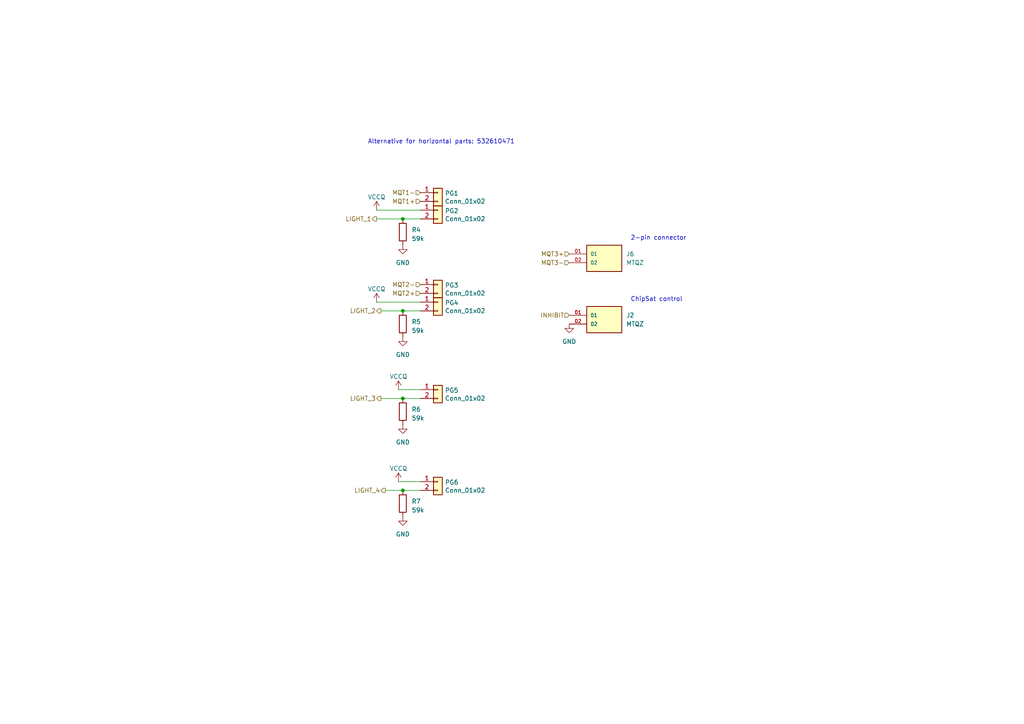
<source format=kicad_sch>
(kicad_sch
	(version 20231120)
	(generator "eeschema")
	(generator_version "8.0")
	(uuid "9fdf0280-bcf4-4e1d-a17a-cab458312110")
	(paper "A4")
	(lib_symbols
		(symbol "Connector_Generic:Conn_01x02"
			(pin_names
				(offset 1.016) hide)
			(exclude_from_sim no)
			(in_bom yes)
			(on_board yes)
			(property "Reference" "J"
				(at 0 2.54 0)
				(effects
					(font
						(size 1.27 1.27)
					)
				)
			)
			(property "Value" "Conn_01x02"
				(at 0 -5.08 0)
				(effects
					(font
						(size 1.27 1.27)
					)
				)
			)
			(property "Footprint" ""
				(at 0 0 0)
				(effects
					(font
						(size 1.27 1.27)
					)
					(hide yes)
				)
			)
			(property "Datasheet" "~"
				(at 0 0 0)
				(effects
					(font
						(size 1.27 1.27)
					)
					(hide yes)
				)
			)
			(property "Description" "Generic connector, single row, 01x02, script generated (kicad-library-utils/schlib/autogen/connector/)"
				(at 0 0 0)
				(effects
					(font
						(size 1.27 1.27)
					)
					(hide yes)
				)
			)
			(property "ki_keywords" "connector"
				(at 0 0 0)
				(effects
					(font
						(size 1.27 1.27)
					)
					(hide yes)
				)
			)
			(property "ki_fp_filters" "Connector*:*_1x??_*"
				(at 0 0 0)
				(effects
					(font
						(size 1.27 1.27)
					)
					(hide yes)
				)
			)
			(symbol "Conn_01x02_1_1"
				(rectangle
					(start -1.27 -2.413)
					(end 0 -2.667)
					(stroke
						(width 0.1524)
						(type default)
					)
					(fill
						(type none)
					)
				)
				(rectangle
					(start -1.27 0.127)
					(end 0 -0.127)
					(stroke
						(width 0.1524)
						(type default)
					)
					(fill
						(type none)
					)
				)
				(rectangle
					(start -1.27 1.27)
					(end 1.27 -3.81)
					(stroke
						(width 0.254)
						(type default)
					)
					(fill
						(type background)
					)
				)
				(pin passive line
					(at -5.08 0 0)
					(length 3.81)
					(name "Pin_1"
						(effects
							(font
								(size 1.27 1.27)
							)
						)
					)
					(number "1"
						(effects
							(font
								(size 1.27 1.27)
							)
						)
					)
				)
				(pin passive line
					(at -5.08 -2.54 0)
					(length 3.81)
					(name "Pin_2"
						(effects
							(font
								(size 1.27 1.27)
							)
						)
					)
					(number "2"
						(effects
							(font
								(size 1.27 1.27)
							)
						)
					)
				)
			)
		)
		(symbol "Device:R"
			(pin_numbers hide)
			(pin_names
				(offset 0)
			)
			(exclude_from_sim no)
			(in_bom yes)
			(on_board yes)
			(property "Reference" "R"
				(at 2.032 0 90)
				(effects
					(font
						(size 1.27 1.27)
					)
				)
			)
			(property "Value" "R"
				(at 0 0 90)
				(effects
					(font
						(size 1.27 1.27)
					)
				)
			)
			(property "Footprint" ""
				(at -1.778 0 90)
				(effects
					(font
						(size 1.27 1.27)
					)
					(hide yes)
				)
			)
			(property "Datasheet" "~"
				(at 0 0 0)
				(effects
					(font
						(size 1.27 1.27)
					)
					(hide yes)
				)
			)
			(property "Description" "Resistor"
				(at 0 0 0)
				(effects
					(font
						(size 1.27 1.27)
					)
					(hide yes)
				)
			)
			(property "ki_keywords" "R res resistor"
				(at 0 0 0)
				(effects
					(font
						(size 1.27 1.27)
					)
					(hide yes)
				)
			)
			(property "ki_fp_filters" "R_*"
				(at 0 0 0)
				(effects
					(font
						(size 1.27 1.27)
					)
					(hide yes)
				)
			)
			(symbol "R_0_1"
				(rectangle
					(start -1.016 -2.54)
					(end 1.016 2.54)
					(stroke
						(width 0.254)
						(type default)
					)
					(fill
						(type none)
					)
				)
			)
			(symbol "R_1_1"
				(pin passive line
					(at 0 3.81 270)
					(length 1.27)
					(name "~"
						(effects
							(font
								(size 1.27 1.27)
							)
						)
					)
					(number "1"
						(effects
							(font
								(size 1.27 1.27)
							)
						)
					)
				)
				(pin passive line
					(at 0 -3.81 90)
					(length 1.27)
					(name "~"
						(effects
							(font
								(size 1.27 1.27)
							)
						)
					)
					(number "2"
						(effects
							(font
								(size 1.27 1.27)
							)
						)
					)
				)
			)
		)
		(symbol "SQT-102-03-F-S:SQT-102-03-F-S"
			(pin_names
				(offset 1.016)
			)
			(exclude_from_sim no)
			(in_bom yes)
			(on_board yes)
			(property "Reference" "J"
				(at -5.58 5.08 0)
				(effects
					(font
						(size 1.27 1.27)
					)
					(justify left bottom)
				)
			)
			(property "Value" "SQT-102-03-F-S"
				(at -5.08 -5.08 0)
				(effects
					(font
						(size 1.27 1.27)
					)
					(justify left bottom)
				)
			)
			(property "Footprint" "SQT-102-03-F-S:SAMTEC_SQT-102-03-F-S"
				(at 0 0 0)
				(effects
					(font
						(size 1.27 1.27)
					)
					(justify bottom)
					(hide yes)
				)
			)
			(property "Datasheet" ""
				(at 0 0 0)
				(effects
					(font
						(size 1.27 1.27)
					)
					(hide yes)
				)
			)
			(property "Description" "\nSQT Series 2.00 mm FleXYZ™ Cost-effective Tiger Buy™ Square Tail Socket Strip\n"
				(at 0 0 0)
				(effects
					(font
						(size 1.27 1.27)
					)
					(justify bottom)
					(hide yes)
				)
			)
			(property "MF" "Samtec Inc."
				(at 0 0 0)
				(effects
					(font
						(size 1.27 1.27)
					)
					(justify bottom)
					(hide yes)
				)
			)
			(property "Package" "None"
				(at 0 0 0)
				(effects
					(font
						(size 1.27 1.27)
					)
					(justify bottom)
					(hide yes)
				)
			)
			(property "Price" "None"
				(at 0 0 0)
				(effects
					(font
						(size 1.27 1.27)
					)
					(justify bottom)
					(hide yes)
				)
			)
			(property "Check_prices" "https://www.snapeda.com/parts/SQT-102-03-F-S/Samtec/view-part/?ref=eda"
				(at 0 0 0)
				(effects
					(font
						(size 1.27 1.27)
					)
					(justify bottom)
					(hide yes)
				)
			)
			(property "SnapEDA_Link" "https://www.snapeda.com/parts/SQT-102-03-F-S/Samtec/view-part/?ref=snap"
				(at 0 0 0)
				(effects
					(font
						(size 1.27 1.27)
					)
					(justify bottom)
					(hide yes)
				)
			)
			(property "MP" "SQT-102-03-F-S"
				(at 0 0 0)
				(effects
					(font
						(size 1.27 1.27)
					)
					(justify bottom)
					(hide yes)
				)
			)
			(property "Purchase-URL" "https://www.snapeda.com/api/url_track_click_mouser/?unipart_id=4684469&manufacturer=Samtec Inc.&part_name=SQT-102-03-F-S&search_term=sqt-102-03-f-s"
				(at 0 0 0)
				(effects
					(font
						(size 1.27 1.27)
					)
					(justify bottom)
					(hide yes)
				)
			)
			(property "Availability" "In Stock"
				(at 0 0 0)
				(effects
					(font
						(size 1.27 1.27)
					)
					(justify bottom)
					(hide yes)
				)
			)
			(property "MANUFACTURER" "SAMTEC"
				(at 0 0 0)
				(effects
					(font
						(size 1.27 1.27)
					)
					(justify bottom)
					(hide yes)
				)
			)
			(symbol "SQT-102-03-F-S_0_0"
				(rectangle
					(start -5.08 -2.54)
					(end 5.08 5.08)
					(stroke
						(width 0.254)
						(type default)
					)
					(fill
						(type background)
					)
				)
				(pin passive line
					(at -10.16 2.54 0)
					(length 5.08)
					(name "01"
						(effects
							(font
								(size 1.016 1.016)
							)
						)
					)
					(number "01"
						(effects
							(font
								(size 1.016 1.016)
							)
						)
					)
				)
				(pin passive line
					(at -10.16 0 0)
					(length 5.08)
					(name "02"
						(effects
							(font
								(size 1.016 1.016)
							)
						)
					)
					(number "02"
						(effects
							(font
								(size 1.016 1.016)
							)
						)
					)
				)
			)
		)
		(symbol "power:GND"
			(power)
			(pin_names
				(offset 0)
			)
			(exclude_from_sim no)
			(in_bom yes)
			(on_board yes)
			(property "Reference" "#PWR"
				(at 0 -6.35 0)
				(effects
					(font
						(size 1.27 1.27)
					)
					(hide yes)
				)
			)
			(property "Value" "GND"
				(at 0 -3.81 0)
				(effects
					(font
						(size 1.27 1.27)
					)
				)
			)
			(property "Footprint" ""
				(at 0 0 0)
				(effects
					(font
						(size 1.27 1.27)
					)
					(hide yes)
				)
			)
			(property "Datasheet" ""
				(at 0 0 0)
				(effects
					(font
						(size 1.27 1.27)
					)
					(hide yes)
				)
			)
			(property "Description" "Power symbol creates a global label with name \"GND\" , ground"
				(at 0 0 0)
				(effects
					(font
						(size 1.27 1.27)
					)
					(hide yes)
				)
			)
			(property "ki_keywords" "global power"
				(at 0 0 0)
				(effects
					(font
						(size 1.27 1.27)
					)
					(hide yes)
				)
			)
			(symbol "GND_0_1"
				(polyline
					(pts
						(xy 0 0) (xy 0 -1.27) (xy 1.27 -1.27) (xy 0 -2.54) (xy -1.27 -1.27) (xy 0 -1.27)
					)
					(stroke
						(width 0)
						(type default)
					)
					(fill
						(type none)
					)
				)
			)
			(symbol "GND_1_1"
				(pin power_in line
					(at 0 0 270)
					(length 0) hide
					(name "GND"
						(effects
							(font
								(size 1.27 1.27)
							)
						)
					)
					(number "1"
						(effects
							(font
								(size 1.27 1.27)
							)
						)
					)
				)
			)
		)
		(symbol "power:VCCQ"
			(power)
			(pin_names
				(offset 0)
			)
			(exclude_from_sim no)
			(in_bom yes)
			(on_board yes)
			(property "Reference" "#PWR"
				(at 0 -3.81 0)
				(effects
					(font
						(size 1.27 1.27)
					)
					(hide yes)
				)
			)
			(property "Value" "VCCQ"
				(at 0 3.81 0)
				(effects
					(font
						(size 1.27 1.27)
					)
				)
			)
			(property "Footprint" ""
				(at 0 0 0)
				(effects
					(font
						(size 1.27 1.27)
					)
					(hide yes)
				)
			)
			(property "Datasheet" ""
				(at 0 0 0)
				(effects
					(font
						(size 1.27 1.27)
					)
					(hide yes)
				)
			)
			(property "Description" "Power symbol creates a global label with name \"VCCQ\""
				(at 0 0 0)
				(effects
					(font
						(size 1.27 1.27)
					)
					(hide yes)
				)
			)
			(property "ki_keywords" "global power"
				(at 0 0 0)
				(effects
					(font
						(size 1.27 1.27)
					)
					(hide yes)
				)
			)
			(symbol "VCCQ_0_1"
				(polyline
					(pts
						(xy -0.762 1.27) (xy 0 2.54)
					)
					(stroke
						(width 0)
						(type default)
					)
					(fill
						(type none)
					)
				)
				(polyline
					(pts
						(xy 0 0) (xy 0 2.54)
					)
					(stroke
						(width 0)
						(type default)
					)
					(fill
						(type none)
					)
				)
				(polyline
					(pts
						(xy 0 2.54) (xy 0.762 1.27)
					)
					(stroke
						(width 0)
						(type default)
					)
					(fill
						(type none)
					)
				)
			)
			(symbol "VCCQ_1_1"
				(pin power_in line
					(at 0 0 90)
					(length 0) hide
					(name "VCCQ"
						(effects
							(font
								(size 1.27 1.27)
							)
						)
					)
					(number "1"
						(effects
							(font
								(size 1.27 1.27)
							)
						)
					)
				)
			)
		)
	)
	(junction
		(at 116.84 90.17)
		(diameter 0)
		(color 0 0 0 0)
		(uuid "2c50fdf9-8cf7-468d-9f4f-1e470af79ff2")
	)
	(junction
		(at 116.84 142.24)
		(diameter 0)
		(color 0 0 0 0)
		(uuid "4c68a553-25dc-46c4-9e29-6e83d4ee6ef9")
	)
	(junction
		(at 116.84 63.5)
		(diameter 0)
		(color 0 0 0 0)
		(uuid "a37afbf4-5f40-45b1-9572-ee4001463d7b")
	)
	(junction
		(at 116.84 115.57)
		(diameter 0)
		(color 0 0 0 0)
		(uuid "b88b9dd1-b46b-4bc4-9ed6-edf010177d0b")
	)
	(wire
		(pts
			(xy 116.84 115.57) (xy 121.92 115.57)
		)
		(stroke
			(width 0)
			(type default)
		)
		(uuid "07323e96-6ebc-459e-9c0c-618c766475e7")
	)
	(wire
		(pts
			(xy 110.49 115.57) (xy 116.84 115.57)
		)
		(stroke
			(width 0)
			(type default)
		)
		(uuid "14b9e781-c811-4dc8-966b-60811fd27e9d")
	)
	(wire
		(pts
			(xy 109.22 60.96) (xy 121.92 60.96)
		)
		(stroke
			(width 0)
			(type default)
		)
		(uuid "1899f8ae-217a-429b-9725-f00038d38951")
	)
	(wire
		(pts
			(xy 109.22 87.63) (xy 121.92 87.63)
		)
		(stroke
			(width 0)
			(type default)
		)
		(uuid "231c465f-4408-4793-8b42-db356c1967a2")
	)
	(wire
		(pts
			(xy 115.57 139.7) (xy 121.92 139.7)
		)
		(stroke
			(width 0)
			(type default)
		)
		(uuid "36936352-722a-4211-bc71-c8877e237324")
	)
	(wire
		(pts
			(xy 109.22 63.5) (xy 116.84 63.5)
		)
		(stroke
			(width 0)
			(type default)
		)
		(uuid "58e6c60b-16fb-4165-8300-64b589ade9b2")
	)
	(wire
		(pts
			(xy 116.84 90.17) (xy 121.92 90.17)
		)
		(stroke
			(width 0)
			(type default)
		)
		(uuid "8bd2b186-3044-4d9d-9d3b-fc5f203ce413")
	)
	(wire
		(pts
			(xy 116.84 142.24) (xy 121.92 142.24)
		)
		(stroke
			(width 0)
			(type default)
		)
		(uuid "b2a10e25-a695-411b-985a-0a111551dd2a")
	)
	(wire
		(pts
			(xy 116.84 63.5) (xy 121.92 63.5)
		)
		(stroke
			(width 0)
			(type default)
		)
		(uuid "c209d218-09d5-4dd0-b0b3-91759183b88c")
	)
	(wire
		(pts
			(xy 115.57 113.03) (xy 121.92 113.03)
		)
		(stroke
			(width 0)
			(type default)
		)
		(uuid "d3da0eef-013f-494b-bdf7-b062fe2c7f4a")
	)
	(wire
		(pts
			(xy 110.49 90.17) (xy 116.84 90.17)
		)
		(stroke
			(width 0)
			(type default)
		)
		(uuid "edd65c5f-8380-4c6e-9aba-b8b498f77d1a")
	)
	(wire
		(pts
			(xy 111.76 142.24) (xy 116.84 142.24)
		)
		(stroke
			(width 0)
			(type default)
		)
		(uuid "f7ce1e32-4e8e-481c-8083-b7ae69d48c9e")
	)
	(text "Alternative for horizontal parts: 532610471"
		(exclude_from_sim no)
		(at 106.68 41.91 0)
		(effects
			(font
				(size 1.27 1.27)
			)
			(justify left bottom)
		)
		(uuid "b1229cef-d39d-4664-9a6f-2654aaefd0e2")
	)
	(text "ChipSat control"
		(exclude_from_sim no)
		(at 182.88 87.63 0)
		(effects
			(font
				(size 1.27 1.27)
			)
			(justify left bottom)
		)
		(uuid "c42be8e8-739e-4e2f-b272-3234843b905a")
	)
	(text "2-pin connector "
		(exclude_from_sim no)
		(at 182.88 69.85 0)
		(effects
			(font
				(size 1.27 1.27)
			)
			(justify left bottom)
		)
		(uuid "d2996ab4-1dd4-47ba-ad5d-492c91722469")
	)
	(hierarchical_label "LIGHT_3"
		(shape output)
		(at 110.49 115.57 180)
		(fields_autoplaced yes)
		(effects
			(font
				(size 1.27 1.27)
			)
			(justify right)
		)
		(uuid "164402a1-5e92-49ce-a52a-77920bc9de9e")
	)
	(hierarchical_label "INHIBIT"
		(shape input)
		(at 165.1 91.44 180)
		(fields_autoplaced yes)
		(effects
			(font
				(size 1.27 1.27)
			)
			(justify right)
		)
		(uuid "346a1056-3f29-40f5-8902-690e79a57579")
	)
	(hierarchical_label "LIGHT_4"
		(shape output)
		(at 111.76 142.24 180)
		(fields_autoplaced yes)
		(effects
			(font
				(size 1.27 1.27)
			)
			(justify right)
		)
		(uuid "385a45e2-c0cd-480b-b3ff-250bfe173135")
	)
	(hierarchical_label "MQT3+"
		(shape input)
		(at 165.1 73.66 180)
		(fields_autoplaced yes)
		(effects
			(font
				(size 1.27 1.27)
			)
			(justify right)
		)
		(uuid "644a647c-2a29-40c4-93f8-2f3a3147783a")
	)
	(hierarchical_label "LIGHT_1"
		(shape output)
		(at 109.22 63.5 180)
		(fields_autoplaced yes)
		(effects
			(font
				(size 1.27 1.27)
			)
			(justify right)
		)
		(uuid "7e1f8aca-7419-4c27-a940-7543f328d095")
	)
	(hierarchical_label "LIGHT_2"
		(shape output)
		(at 110.49 90.17 180)
		(fields_autoplaced yes)
		(effects
			(font
				(size 1.27 1.27)
			)
			(justify right)
		)
		(uuid "90037d70-4975-453f-8772-0eeb1f690c54")
	)
	(hierarchical_label "MQT1-"
		(shape input)
		(at 121.92 55.88 180)
		(fields_autoplaced yes)
		(effects
			(font
				(size 1.27 1.27)
			)
			(justify right)
		)
		(uuid "cb132bb8-4100-4e96-8bab-c15831ffa3c4")
	)
	(hierarchical_label "MQT2-"
		(shape input)
		(at 121.92 82.55 180)
		(fields_autoplaced yes)
		(effects
			(font
				(size 1.27 1.27)
			)
			(justify right)
		)
		(uuid "cd3e0a84-3896-4a90-afab-3b7732fa706a")
	)
	(hierarchical_label "MQT3-"
		(shape input)
		(at 165.1 76.2 180)
		(fields_autoplaced yes)
		(effects
			(font
				(size 1.27 1.27)
			)
			(justify right)
		)
		(uuid "d0e33fc4-cf96-41dd-a51d-5814615c4c8a")
	)
	(hierarchical_label "MQT2+"
		(shape input)
		(at 121.92 85.09 180)
		(fields_autoplaced yes)
		(effects
			(font
				(size 1.27 1.27)
			)
			(justify right)
		)
		(uuid "f1ec5764-f076-46a0-8e01-6ac39e88a027")
	)
	(hierarchical_label "MQT1+"
		(shape input)
		(at 121.92 58.42 180)
		(fields_autoplaced yes)
		(effects
			(font
				(size 1.27 1.27)
			)
			(justify right)
		)
		(uuid "fba12921-1dd6-4be2-89a0-cf05c674e618")
	)
	(symbol
		(lib_id "Device:R")
		(at 116.84 67.31 0)
		(unit 1)
		(exclude_from_sim no)
		(in_bom yes)
		(on_board yes)
		(dnp no)
		(fields_autoplaced yes)
		(uuid "013142d0-cadb-446c-8301-de0aa5016341")
		(property "Reference" "R4"
			(at 119.38 66.675 0)
			(effects
				(font
					(size 1.27 1.27)
				)
				(justify left)
			)
		)
		(property "Value" "59k"
			(at 119.38 69.215 0)
			(effects
				(font
					(size 1.27 1.27)
				)
				(justify left)
			)
		)
		(property "Footprint" "LED_SMD:LED_0805_2012Metric_Pad1.15x1.40mm_HandSolder"
			(at 115.062 67.31 90)
			(effects
				(font
					(size 1.27 1.27)
				)
				(hide yes)
			)
		)
		(property "Datasheet" "~"
			(at 116.84 67.31 0)
			(effects
				(font
					(size 1.27 1.27)
				)
				(hide yes)
			)
		)
		(property "Description" ""
			(at 116.84 67.31 0)
			(effects
				(font
					(size 1.27 1.27)
				)
				(hide yes)
			)
		)
		(property "MPN" "ERA-6AEB5902V"
			(at 116.84 67.31 0)
			(effects
				(font
					(size 1.27 1.27)
				)
				(hide yes)
			)
		)
		(property "Part Number" "ERA-6AEB5902V"
			(at 116.84 67.31 0)
			(effects
				(font
					(size 1.27 1.27)
				)
				(hide yes)
			)
		)
		(pin "1"
			(uuid "311db304-8017-46fc-b0a5-d8bc6429693a")
		)
		(pin "2"
			(uuid "1d132af9-97a4-4e44-aafa-6358816894b1")
		)
		(instances
			(project "NEW_PCB_ADCS"
				(path "/42c40d7d-71af-4ce9-bac9-d638f259c957/8584c500-e681-4774-8e2d-f320630e3d46"
					(reference "R4")
					(unit 1)
				)
			)
		)
	)
	(symbol
		(lib_id "SQT-102-03-F-S:SQT-102-03-F-S")
		(at 175.26 76.2 0)
		(unit 1)
		(exclude_from_sim no)
		(in_bom yes)
		(on_board yes)
		(dnp no)
		(fields_autoplaced yes)
		(uuid "03b3856e-b977-43a5-b157-afbb9d2c26d0")
		(property "Reference" "J6"
			(at 181.61 73.66 0)
			(effects
				(font
					(size 1.27 1.27)
				)
				(justify left)
			)
		)
		(property "Value" "MTQZ"
			(at 181.61 76.2 0)
			(effects
				(font
					(size 1.27 1.27)
				)
				(justify left)
			)
		)
		(property "Footprint" "SQT-102-03-F-S:SAMTEC_SQT-102-03-F-S"
			(at 175.26 76.2 0)
			(effects
				(font
					(size 1.27 1.27)
				)
				(justify bottom)
				(hide yes)
			)
		)
		(property "Datasheet" "https://www.molex.com/en-us/products/part-detail/533980371?display=pdf"
			(at 175.26 76.2 0)
			(effects
				(font
					(size 1.27 1.27)
				)
				(hide yes)
			)
		)
		(property "Description" "\nSQT Series 2.00 mm FleXYZ™ Cost-effective Tiger Buy™ Square Tail Socket Strip\n"
			(at 175.26 76.2 0)
			(effects
				(font
					(size 1.27 1.27)
				)
				(justify bottom)
				(hide yes)
			)
		)
		(property "MPN" "SQT-102-03-F-S"
			(at 175.26 76.2 0)
			(effects
				(font
					(size 1.27 1.27)
				)
				(hide yes)
			)
		)
		(property "MF" "Samtec Inc."
			(at 175.26 76.2 0)
			(effects
				(font
					(size 1.27 1.27)
				)
				(justify bottom)
				(hide yes)
			)
		)
		(property "Package" "None"
			(at 175.26 76.2 0)
			(effects
				(font
					(size 1.27 1.27)
				)
				(justify bottom)
				(hide yes)
			)
		)
		(property "Price" "None"
			(at 175.26 76.2 0)
			(effects
				(font
					(size 1.27 1.27)
				)
				(justify bottom)
				(hide yes)
			)
		)
		(property "Check_prices" "https://www.snapeda.com/parts/SQT-102-03-F-S/Samtec/view-part/?ref=eda"
			(at 175.26 76.2 0)
			(effects
				(font
					(size 1.27 1.27)
				)
				(justify bottom)
				(hide yes)
			)
		)
		(property "SnapEDA_Link" "https://www.snapeda.com/parts/SQT-102-03-F-S/Samtec/view-part/?ref=snap"
			(at 175.26 76.2 0)
			(effects
				(font
					(size 1.27 1.27)
				)
				(justify bottom)
				(hide yes)
			)
		)
		(property "MP" "SQT-102-03-F-S"
			(at 175.26 76.2 0)
			(effects
				(font
					(size 1.27 1.27)
				)
				(justify bottom)
				(hide yes)
			)
		)
		(property "Purchase-URL" "https://www.snapeda.com/api/url_track_click_mouser/?unipart_id=4684469&manufacturer=Samtec Inc.&part_name=SQT-102-03-F-S&search_term=sqt-102-03-f-s"
			(at 175.26 76.2 0)
			(effects
				(font
					(size 1.27 1.27)
				)
				(justify bottom)
				(hide yes)
			)
		)
		(property "Availability" "In Stock"
			(at 175.26 76.2 0)
			(effects
				(font
					(size 1.27 1.27)
				)
				(justify bottom)
				(hide yes)
			)
		)
		(property "MANUFACTURER" "SAMTEC"
			(at 175.26 76.2 0)
			(effects
				(font
					(size 1.27 1.27)
				)
				(justify bottom)
				(hide yes)
			)
		)
		(property "Part Number" "SQT-102-03-F-S"
			(at 175.26 76.2 0)
			(effects
				(font
					(size 1.27 1.27)
				)
				(hide yes)
			)
		)
		(pin "01"
			(uuid "f7e8084f-8343-4181-9510-bbd0203eccd3")
		)
		(pin "02"
			(uuid "c117864d-b514-46e1-9b9b-5fa2673ff157")
		)
		(instances
			(project "NEW_PCB_ADCS"
				(path "/42c40d7d-71af-4ce9-bac9-d638f259c957/8584c500-e681-4774-8e2d-f320630e3d46"
					(reference "J6")
					(unit 1)
				)
			)
		)
	)
	(symbol
		(lib_id "Device:R")
		(at 116.84 146.05 0)
		(unit 1)
		(exclude_from_sim no)
		(in_bom yes)
		(on_board yes)
		(dnp no)
		(fields_autoplaced yes)
		(uuid "06505e60-b1bf-4a35-b6ca-b103423f5394")
		(property "Reference" "R7"
			(at 119.38 145.415 0)
			(effects
				(font
					(size 1.27 1.27)
				)
				(justify left)
			)
		)
		(property "Value" "59k"
			(at 119.38 147.955 0)
			(effects
				(font
					(size 1.27 1.27)
				)
				(justify left)
			)
		)
		(property "Footprint" "LED_SMD:LED_0805_2012Metric_Pad1.15x1.40mm_HandSolder"
			(at 115.062 146.05 90)
			(effects
				(font
					(size 1.27 1.27)
				)
				(hide yes)
			)
		)
		(property "Datasheet" "~"
			(at 116.84 146.05 0)
			(effects
				(font
					(size 1.27 1.27)
				)
				(hide yes)
			)
		)
		(property "Description" ""
			(at 116.84 146.05 0)
			(effects
				(font
					(size 1.27 1.27)
				)
				(hide yes)
			)
		)
		(property "MPN" "ERA-6AEB5902V"
			(at 116.84 146.05 0)
			(effects
				(font
					(size 1.27 1.27)
				)
				(hide yes)
			)
		)
		(property "Part Number" "ERA-6AEB5902V"
			(at 116.84 146.05 0)
			(effects
				(font
					(size 1.27 1.27)
				)
				(hide yes)
			)
		)
		(pin "1"
			(uuid "7f9e8ad5-a43c-47b8-bf63-4a1512af9624")
		)
		(pin "2"
			(uuid "4d96a806-8e6c-45da-8eec-2e099436907c")
		)
		(instances
			(project "NEW_PCB_ADCS"
				(path "/42c40d7d-71af-4ce9-bac9-d638f259c957/8584c500-e681-4774-8e2d-f320630e3d46"
					(reference "R7")
					(unit 1)
				)
			)
		)
	)
	(symbol
		(lib_id "Connector_Generic:Conn_01x02")
		(at 127 139.7 0)
		(unit 1)
		(exclude_from_sim no)
		(in_bom yes)
		(on_board yes)
		(dnp no)
		(uuid "28468ef4-fb31-448c-961e-fc68a9031b6b")
		(property "Reference" "PG6"
			(at 129.032 139.9032 0)
			(effects
				(font
					(size 1.27 1.27)
				)
				(justify left)
			)
		)
		(property "Value" "Conn_01x02"
			(at 129.032 142.2146 0)
			(effects
				(font
					(size 1.27 1.27)
				)
				(justify left)
			)
		)
		(property "Footprint" "lsf-kicad-lib:MillMax_8290-22-002-20-001101_1x02_P2.54mm_Horizontal"
			(at 127 139.7 0)
			(effects
				(font
					(size 1.27 1.27)
				)
				(hide yes)
			)
		)
		(property "Datasheet" "~"
			(at 127 139.7 0)
			(effects
				(font
					(size 1.27 1.27)
				)
				(hide yes)
			)
		)
		(property "Description" ""
			(at 127 139.7 0)
			(effects
				(font
					(size 1.27 1.27)
				)
				(hide yes)
			)
		)
		(property "Part Number" "829-22-002-20-001101"
			(at 127 139.7 0)
			(effects
				(font
					(size 1.27 1.27)
				)
				(hide yes)
			)
		)
		(pin "1"
			(uuid "b0155934-7c75-46ec-bb56-b7d4f90ae2a5")
		)
		(pin "2"
			(uuid "b88333c7-066d-4f2f-b971-899f65a1d3d8")
		)
		(instances
			(project "NEW_PCB_ADCS"
				(path "/42c40d7d-71af-4ce9-bac9-d638f259c957/8584c500-e681-4774-8e2d-f320630e3d46"
					(reference "PG6")
					(unit 1)
				)
			)
			(project "bmps"
				(path "/dbfce19e-6a58-4a57-829e-36a4c9b8eb56"
					(reference "PG4")
					(unit 1)
				)
			)
		)
	)
	(symbol
		(lib_id "power:GND")
		(at 165.1 93.98 0)
		(unit 1)
		(exclude_from_sim no)
		(in_bom yes)
		(on_board yes)
		(dnp no)
		(fields_autoplaced yes)
		(uuid "320dea0b-5c56-4ed0-9ec0-e37ce255a651")
		(property "Reference" "#PWR079"
			(at 165.1 100.33 0)
			(effects
				(font
					(size 1.27 1.27)
				)
				(hide yes)
			)
		)
		(property "Value" "GND"
			(at 165.1 99.06 0)
			(effects
				(font
					(size 1.27 1.27)
				)
			)
		)
		(property "Footprint" ""
			(at 165.1 93.98 0)
			(effects
				(font
					(size 1.27 1.27)
				)
				(hide yes)
			)
		)
		(property "Datasheet" ""
			(at 165.1 93.98 0)
			(effects
				(font
					(size 1.27 1.27)
				)
				(hide yes)
			)
		)
		(property "Description" ""
			(at 165.1 93.98 0)
			(effects
				(font
					(size 1.27 1.27)
				)
				(hide yes)
			)
		)
		(pin "1"
			(uuid "f46332af-e3dd-4996-bfdf-5929f859f0c0")
		)
		(instances
			(project "NEW_PCB_ADCS"
				(path "/42c40d7d-71af-4ce9-bac9-d638f259c957/8584c500-e681-4774-8e2d-f320630e3d46"
					(reference "#PWR079")
					(unit 1)
				)
			)
		)
	)
	(symbol
		(lib_id "Connector_Generic:Conn_01x02")
		(at 127 55.88 0)
		(unit 1)
		(exclude_from_sim no)
		(in_bom yes)
		(on_board yes)
		(dnp no)
		(uuid "46a6f80e-8b26-4302-a8fc-243dfe0b5614")
		(property "Reference" "PG1"
			(at 129.032 56.0832 0)
			(effects
				(font
					(size 1.27 1.27)
				)
				(justify left)
			)
		)
		(property "Value" "Conn_01x02"
			(at 129.032 58.3946 0)
			(effects
				(font
					(size 1.27 1.27)
				)
				(justify left)
			)
		)
		(property "Footprint" "lsf-kicad-lib:MillMax_8290-22-002-20-001101_1x02_P2.54mm_Horizontal"
			(at 127 55.88 0)
			(effects
				(font
					(size 1.27 1.27)
				)
				(hide yes)
			)
		)
		(property "Datasheet" "~"
			(at 127 55.88 0)
			(effects
				(font
					(size 1.27 1.27)
				)
				(hide yes)
			)
		)
		(property "Description" ""
			(at 127 55.88 0)
			(effects
				(font
					(size 1.27 1.27)
				)
				(hide yes)
			)
		)
		(property "Part Number" "829-22-002-20-001101"
			(at 127 55.88 0)
			(effects
				(font
					(size 1.27 1.27)
				)
				(hide yes)
			)
		)
		(pin "1"
			(uuid "b502e2fe-ed0d-4e27-8f6e-8c6f2bffd7fd")
		)
		(pin "2"
			(uuid "21ccd582-c5dc-4d7b-bfdb-a88656c650f9")
		)
		(instances
			(project "NEW_PCB_ADCS"
				(path "/42c40d7d-71af-4ce9-bac9-d638f259c957/8584c500-e681-4774-8e2d-f320630e3d46"
					(reference "PG1")
					(unit 1)
				)
			)
			(project "bmps"
				(path "/dbfce19e-6a58-4a57-829e-36a4c9b8eb56"
					(reference "PG4")
					(unit 1)
				)
			)
		)
	)
	(symbol
		(lib_id "Connector_Generic:Conn_01x02")
		(at 127 113.03 0)
		(unit 1)
		(exclude_from_sim no)
		(in_bom yes)
		(on_board yes)
		(dnp no)
		(uuid "49d85b22-e518-4a64-ba65-33d54a391bfa")
		(property "Reference" "PG5"
			(at 129.032 113.2332 0)
			(effects
				(font
					(size 1.27 1.27)
				)
				(justify left)
			)
		)
		(property "Value" "Conn_01x02"
			(at 129.032 115.5446 0)
			(effects
				(font
					(size 1.27 1.27)
				)
				(justify left)
			)
		)
		(property "Footprint" "lsf-kicad-lib:MillMax_8290-22-002-20-001101_1x02_P2.54mm_Horizontal"
			(at 127 113.03 0)
			(effects
				(font
					(size 1.27 1.27)
				)
				(hide yes)
			)
		)
		(property "Datasheet" "~"
			(at 127 113.03 0)
			(effects
				(font
					(size 1.27 1.27)
				)
				(hide yes)
			)
		)
		(property "Description" ""
			(at 127 113.03 0)
			(effects
				(font
					(size 1.27 1.27)
				)
				(hide yes)
			)
		)
		(property "Part Number" "829-22-002-20-001101"
			(at 127 113.03 0)
			(effects
				(font
					(size 1.27 1.27)
				)
				(hide yes)
			)
		)
		(pin "1"
			(uuid "d6c021eb-464c-4e83-bd07-94dc5a8ebce1")
		)
		(pin "2"
			(uuid "19f663c9-bf7b-4357-adfd-30cdb7b64033")
		)
		(instances
			(project "NEW_PCB_ADCS"
				(path "/42c40d7d-71af-4ce9-bac9-d638f259c957/8584c500-e681-4774-8e2d-f320630e3d46"
					(reference "PG5")
					(unit 1)
				)
			)
			(project "bmps"
				(path "/dbfce19e-6a58-4a57-829e-36a4c9b8eb56"
					(reference "PG4")
					(unit 1)
				)
			)
		)
	)
	(symbol
		(lib_id "power:GND")
		(at 116.84 123.19 0)
		(unit 1)
		(exclude_from_sim no)
		(in_bom yes)
		(on_board yes)
		(dnp no)
		(fields_autoplaced yes)
		(uuid "5120e0c2-39ee-475f-8788-a179c10fe081")
		(property "Reference" "#PWR015"
			(at 116.84 129.54 0)
			(effects
				(font
					(size 1.27 1.27)
				)
				(hide yes)
			)
		)
		(property "Value" "GND"
			(at 116.84 128.27 0)
			(effects
				(font
					(size 1.27 1.27)
				)
			)
		)
		(property "Footprint" ""
			(at 116.84 123.19 0)
			(effects
				(font
					(size 1.27 1.27)
				)
				(hide yes)
			)
		)
		(property "Datasheet" ""
			(at 116.84 123.19 0)
			(effects
				(font
					(size 1.27 1.27)
				)
				(hide yes)
			)
		)
		(property "Description" ""
			(at 116.84 123.19 0)
			(effects
				(font
					(size 1.27 1.27)
				)
				(hide yes)
			)
		)
		(pin "1"
			(uuid "023ab6e2-965d-4546-8ed1-9c5fb9508b13")
		)
		(instances
			(project "NEW_PCB_ADCS"
				(path "/42c40d7d-71af-4ce9-bac9-d638f259c957/8584c500-e681-4774-8e2d-f320630e3d46"
					(reference "#PWR015")
					(unit 1)
				)
			)
		)
	)
	(symbol
		(lib_id "power:VCCQ")
		(at 115.57 139.7 0)
		(unit 1)
		(exclude_from_sim no)
		(in_bom yes)
		(on_board yes)
		(dnp no)
		(fields_autoplaced yes)
		(uuid "5aab5f96-da79-40ae-91b4-5e5e7be56593")
		(property "Reference" "#PWR012"
			(at 115.57 143.51 0)
			(effects
				(font
					(size 1.27 1.27)
				)
				(hide yes)
			)
		)
		(property "Value" "VCCQ"
			(at 115.57 135.89 0)
			(effects
				(font
					(size 1.27 1.27)
				)
			)
		)
		(property "Footprint" ""
			(at 115.57 139.7 0)
			(effects
				(font
					(size 1.27 1.27)
				)
				(hide yes)
			)
		)
		(property "Datasheet" ""
			(at 115.57 139.7 0)
			(effects
				(font
					(size 1.27 1.27)
				)
				(hide yes)
			)
		)
		(property "Description" ""
			(at 115.57 139.7 0)
			(effects
				(font
					(size 1.27 1.27)
				)
				(hide yes)
			)
		)
		(pin "1"
			(uuid "1beaae57-e7f7-4dcf-bf7b-f4ee48ad8f99")
		)
		(instances
			(project "NEW_PCB_ADCS"
				(path "/42c40d7d-71af-4ce9-bac9-d638f259c957/8584c500-e681-4774-8e2d-f320630e3d46"
					(reference "#PWR012")
					(unit 1)
				)
			)
		)
	)
	(symbol
		(lib_id "power:VCCQ")
		(at 109.22 87.63 0)
		(unit 1)
		(exclude_from_sim no)
		(in_bom yes)
		(on_board yes)
		(dnp no)
		(fields_autoplaced yes)
		(uuid "68bb6e4b-9fbe-4322-9b32-5d008776fdc5")
		(property "Reference" "#PWR010"
			(at 109.22 91.44 0)
			(effects
				(font
					(size 1.27 1.27)
				)
				(hide yes)
			)
		)
		(property "Value" "VCCQ"
			(at 109.22 83.82 0)
			(effects
				(font
					(size 1.27 1.27)
				)
			)
		)
		(property "Footprint" ""
			(at 109.22 87.63 0)
			(effects
				(font
					(size 1.27 1.27)
				)
				(hide yes)
			)
		)
		(property "Datasheet" ""
			(at 109.22 87.63 0)
			(effects
				(font
					(size 1.27 1.27)
				)
				(hide yes)
			)
		)
		(property "Description" ""
			(at 109.22 87.63 0)
			(effects
				(font
					(size 1.27 1.27)
				)
				(hide yes)
			)
		)
		(pin "1"
			(uuid "98bad926-0c85-4401-92d9-68b2dad2af45")
		)
		(instances
			(project "NEW_PCB_ADCS"
				(path "/42c40d7d-71af-4ce9-bac9-d638f259c957/8584c500-e681-4774-8e2d-f320630e3d46"
					(reference "#PWR010")
					(unit 1)
				)
			)
		)
	)
	(symbol
		(lib_id "SQT-102-03-F-S:SQT-102-03-F-S")
		(at 175.26 93.98 0)
		(unit 1)
		(exclude_from_sim no)
		(in_bom yes)
		(on_board yes)
		(dnp no)
		(fields_autoplaced yes)
		(uuid "7f0a06c1-a06b-4659-afe5-f3a733dae748")
		(property "Reference" "J2"
			(at 181.61 91.44 0)
			(effects
				(font
					(size 1.27 1.27)
				)
				(justify left)
			)
		)
		(property "Value" "MTQZ"
			(at 181.61 93.98 0)
			(effects
				(font
					(size 1.27 1.27)
				)
				(justify left)
			)
		)
		(property "Footprint" "Connector_JST:JST_SH_SM02B-SRSS-TB_1x02-1MP_P1.00mm_Horizontal"
			(at 175.26 93.98 0)
			(effects
				(font
					(size 1.27 1.27)
				)
				(justify bottom)
				(hide yes)
			)
		)
		(property "Datasheet" ""
			(at 175.26 93.98 0)
			(effects
				(font
					(size 1.27 1.27)
				)
				(hide yes)
			)
		)
		(property "Description" ""
			(at 175.26 93.98 0)
			(effects
				(font
					(size 1.27 1.27)
				)
				(hide yes)
			)
		)
		(property "Part Number" "SM02B-SRSS-TB"
			(at 175.26 93.98 0)
			(effects
				(font
					(size 1.27 1.27)
				)
				(justify bottom)
				(hide yes)
			)
		)
		(pin "01"
			(uuid "4940ce28-e95c-46d4-950b-1b415e2d8cdd")
		)
		(pin "02"
			(uuid "2f24aac7-c244-4e1d-b0b8-f466fd222333")
		)
		(instances
			(project "NEW_PCB_ADCS"
				(path "/42c40d7d-71af-4ce9-bac9-d638f259c957/8584c500-e681-4774-8e2d-f320630e3d46"
					(reference "J2")
					(unit 1)
				)
			)
		)
	)
	(symbol
		(lib_id "power:VCCQ")
		(at 115.57 113.03 0)
		(unit 1)
		(exclude_from_sim no)
		(in_bom yes)
		(on_board yes)
		(dnp no)
		(fields_autoplaced yes)
		(uuid "835734a6-bfb1-4f44-a33c-5e0a40fbf1d7")
		(property "Reference" "#PWR011"
			(at 115.57 116.84 0)
			(effects
				(font
					(size 1.27 1.27)
				)
				(hide yes)
			)
		)
		(property "Value" "VCCQ"
			(at 115.57 109.22 0)
			(effects
				(font
					(size 1.27 1.27)
				)
			)
		)
		(property "Footprint" ""
			(at 115.57 113.03 0)
			(effects
				(font
					(size 1.27 1.27)
				)
				(hide yes)
			)
		)
		(property "Datasheet" ""
			(at 115.57 113.03 0)
			(effects
				(font
					(size 1.27 1.27)
				)
				(hide yes)
			)
		)
		(property "Description" ""
			(at 115.57 113.03 0)
			(effects
				(font
					(size 1.27 1.27)
				)
				(hide yes)
			)
		)
		(pin "1"
			(uuid "7bc46570-26cd-45c5-b952-b9672588bb3f")
		)
		(instances
			(project "NEW_PCB_ADCS"
				(path "/42c40d7d-71af-4ce9-bac9-d638f259c957/8584c500-e681-4774-8e2d-f320630e3d46"
					(reference "#PWR011")
					(unit 1)
				)
			)
		)
	)
	(symbol
		(lib_id "power:GND")
		(at 116.84 149.86 0)
		(unit 1)
		(exclude_from_sim no)
		(in_bom yes)
		(on_board yes)
		(dnp no)
		(fields_autoplaced yes)
		(uuid "85db0781-8546-4bbb-8ee2-509a4a176b9c")
		(property "Reference" "#PWR016"
			(at 116.84 156.21 0)
			(effects
				(font
					(size 1.27 1.27)
				)
				(hide yes)
			)
		)
		(property "Value" "GND"
			(at 116.84 154.94 0)
			(effects
				(font
					(size 1.27 1.27)
				)
			)
		)
		(property "Footprint" ""
			(at 116.84 149.86 0)
			(effects
				(font
					(size 1.27 1.27)
				)
				(hide yes)
			)
		)
		(property "Datasheet" ""
			(at 116.84 149.86 0)
			(effects
				(font
					(size 1.27 1.27)
				)
				(hide yes)
			)
		)
		(property "Description" ""
			(at 116.84 149.86 0)
			(effects
				(font
					(size 1.27 1.27)
				)
				(hide yes)
			)
		)
		(pin "1"
			(uuid "44f0ae35-a5aa-40f5-9438-32a763002cd3")
		)
		(instances
			(project "NEW_PCB_ADCS"
				(path "/42c40d7d-71af-4ce9-bac9-d638f259c957/8584c500-e681-4774-8e2d-f320630e3d46"
					(reference "#PWR016")
					(unit 1)
				)
			)
		)
	)
	(symbol
		(lib_id "power:GND")
		(at 116.84 71.12 0)
		(unit 1)
		(exclude_from_sim no)
		(in_bom yes)
		(on_board yes)
		(dnp no)
		(fields_autoplaced yes)
		(uuid "9586239a-0712-4b8f-b650-8f99ae21a2f0")
		(property "Reference" "#PWR013"
			(at 116.84 77.47 0)
			(effects
				(font
					(size 1.27 1.27)
				)
				(hide yes)
			)
		)
		(property "Value" "GND"
			(at 116.84 76.2 0)
			(effects
				(font
					(size 1.27 1.27)
				)
			)
		)
		(property "Footprint" ""
			(at 116.84 71.12 0)
			(effects
				(font
					(size 1.27 1.27)
				)
				(hide yes)
			)
		)
		(property "Datasheet" ""
			(at 116.84 71.12 0)
			(effects
				(font
					(size 1.27 1.27)
				)
				(hide yes)
			)
		)
		(property "Description" ""
			(at 116.84 71.12 0)
			(effects
				(font
					(size 1.27 1.27)
				)
				(hide yes)
			)
		)
		(pin "1"
			(uuid "ec217907-b95c-4d6a-a53a-873f99902fe0")
		)
		(instances
			(project "NEW_PCB_ADCS"
				(path "/42c40d7d-71af-4ce9-bac9-d638f259c957/8584c500-e681-4774-8e2d-f320630e3d46"
					(reference "#PWR013")
					(unit 1)
				)
			)
		)
	)
	(symbol
		(lib_id "power:VCCQ")
		(at 109.22 60.96 0)
		(unit 1)
		(exclude_from_sim no)
		(in_bom yes)
		(on_board yes)
		(dnp no)
		(fields_autoplaced yes)
		(uuid "96cb239f-9054-43ab-8f38-a4cd3ddc9c54")
		(property "Reference" "#PWR09"
			(at 109.22 64.77 0)
			(effects
				(font
					(size 1.27 1.27)
				)
				(hide yes)
			)
		)
		(property "Value" "VCCQ"
			(at 109.22 57.15 0)
			(effects
				(font
					(size 1.27 1.27)
				)
			)
		)
		(property "Footprint" ""
			(at 109.22 60.96 0)
			(effects
				(font
					(size 1.27 1.27)
				)
				(hide yes)
			)
		)
		(property "Datasheet" ""
			(at 109.22 60.96 0)
			(effects
				(font
					(size 1.27 1.27)
				)
				(hide yes)
			)
		)
		(property "Description" ""
			(at 109.22 60.96 0)
			(effects
				(font
					(size 1.27 1.27)
				)
				(hide yes)
			)
		)
		(pin "1"
			(uuid "f907c118-1f38-4c5a-bfc8-db2a00d291b2")
		)
		(instances
			(project "NEW_PCB_ADCS"
				(path "/42c40d7d-71af-4ce9-bac9-d638f259c957/8584c500-e681-4774-8e2d-f320630e3d46"
					(reference "#PWR09")
					(unit 1)
				)
			)
		)
	)
	(symbol
		(lib_id "Device:R")
		(at 116.84 93.98 0)
		(unit 1)
		(exclude_from_sim no)
		(in_bom yes)
		(on_board yes)
		(dnp no)
		(fields_autoplaced yes)
		(uuid "b5d775fd-3277-4d92-8d7c-461d4809e2be")
		(property "Reference" "R5"
			(at 119.38 93.345 0)
			(effects
				(font
					(size 1.27 1.27)
				)
				(justify left)
			)
		)
		(property "Value" "59k"
			(at 119.38 95.885 0)
			(effects
				(font
					(size 1.27 1.27)
				)
				(justify left)
			)
		)
		(property "Footprint" "LED_SMD:LED_0805_2012Metric_Pad1.15x1.40mm_HandSolder"
			(at 115.062 93.98 90)
			(effects
				(font
					(size 1.27 1.27)
				)
				(hide yes)
			)
		)
		(property "Datasheet" "~"
			(at 116.84 93.98 0)
			(effects
				(font
					(size 1.27 1.27)
				)
				(hide yes)
			)
		)
		(property "Description" ""
			(at 116.84 93.98 0)
			(effects
				(font
					(size 1.27 1.27)
				)
				(hide yes)
			)
		)
		(property "MPN" "ERA-6AEB5902V"
			(at 116.84 93.98 0)
			(effects
				(font
					(size 1.27 1.27)
				)
				(hide yes)
			)
		)
		(property "Part Number" "ERA-6AEB5902V"
			(at 116.84 93.98 0)
			(effects
				(font
					(size 1.27 1.27)
				)
				(hide yes)
			)
		)
		(pin "1"
			(uuid "c19d5962-cf60-4076-96f3-852834fefbbd")
		)
		(pin "2"
			(uuid "dc2ead1d-4dc1-4932-aaa3-66a3edda8bc3")
		)
		(instances
			(project "NEW_PCB_ADCS"
				(path "/42c40d7d-71af-4ce9-bac9-d638f259c957/8584c500-e681-4774-8e2d-f320630e3d46"
					(reference "R5")
					(unit 1)
				)
			)
		)
	)
	(symbol
		(lib_id "Connector_Generic:Conn_01x02")
		(at 127 82.55 0)
		(unit 1)
		(exclude_from_sim no)
		(in_bom yes)
		(on_board yes)
		(dnp no)
		(uuid "bc08ad69-4724-4a97-b295-0ba81093179a")
		(property "Reference" "PG3"
			(at 129.032 82.7532 0)
			(effects
				(font
					(size 1.27 1.27)
				)
				(justify left)
			)
		)
		(property "Value" "Conn_01x02"
			(at 129.032 85.0646 0)
			(effects
				(font
					(size 1.27 1.27)
				)
				(justify left)
			)
		)
		(property "Footprint" "lsf-kicad-lib:MillMax_8290-22-002-20-001101_1x02_P2.54mm_Horizontal"
			(at 127 82.55 0)
			(effects
				(font
					(size 1.27 1.27)
				)
				(hide yes)
			)
		)
		(property "Datasheet" "~"
			(at 127 82.55 0)
			(effects
				(font
					(size 1.27 1.27)
				)
				(hide yes)
			)
		)
		(property "Description" ""
			(at 127 82.55 0)
			(effects
				(font
					(size 1.27 1.27)
				)
				(hide yes)
			)
		)
		(property "Part Number" "829-22-002-20-001101"
			(at 127 82.55 0)
			(effects
				(font
					(size 1.27 1.27)
				)
				(hide yes)
			)
		)
		(pin "1"
			(uuid "27f1d993-efe6-4c68-9a49-22301ed558cf")
		)
		(pin "2"
			(uuid "9089700a-26b0-4a5a-8408-5d574ee7f65f")
		)
		(instances
			(project "NEW_PCB_ADCS"
				(path "/42c40d7d-71af-4ce9-bac9-d638f259c957/8584c500-e681-4774-8e2d-f320630e3d46"
					(reference "PG3")
					(unit 1)
				)
			)
			(project "bmps"
				(path "/dbfce19e-6a58-4a57-829e-36a4c9b8eb56"
					(reference "PG4")
					(unit 1)
				)
			)
		)
	)
	(symbol
		(lib_id "Connector_Generic:Conn_01x02")
		(at 127 60.96 0)
		(unit 1)
		(exclude_from_sim no)
		(in_bom yes)
		(on_board yes)
		(dnp no)
		(uuid "cf56e340-cf05-4353-b029-6e4af450dac6")
		(property "Reference" "PG2"
			(at 129.032 61.1632 0)
			(effects
				(font
					(size 1.27 1.27)
				)
				(justify left)
			)
		)
		(property "Value" "Conn_01x02"
			(at 129.032 63.4746 0)
			(effects
				(font
					(size 1.27 1.27)
				)
				(justify left)
			)
		)
		(property "Footprint" "lsf-kicad-lib:MillMax_8290-22-002-20-001101_1x02_P2.54mm_Horizontal"
			(at 127 60.96 0)
			(effects
				(font
					(size 1.27 1.27)
				)
				(hide yes)
			)
		)
		(property "Datasheet" "~"
			(at 127 60.96 0)
			(effects
				(font
					(size 1.27 1.27)
				)
				(hide yes)
			)
		)
		(property "Description" ""
			(at 127 60.96 0)
			(effects
				(font
					(size 1.27 1.27)
				)
				(hide yes)
			)
		)
		(property "Part Number" "829-22-002-20-001101"
			(at 127 60.96 0)
			(effects
				(font
					(size 1.27 1.27)
				)
				(hide yes)
			)
		)
		(pin "1"
			(uuid "ebf46ee6-90fa-4a51-8561-1dfb6287183c")
		)
		(pin "2"
			(uuid "041f6d75-20e0-488f-bc0c-05c209d4e6ec")
		)
		(instances
			(project "NEW_PCB_ADCS"
				(path "/42c40d7d-71af-4ce9-bac9-d638f259c957/8584c500-e681-4774-8e2d-f320630e3d46"
					(reference "PG2")
					(unit 1)
				)
			)
			(project "bmps"
				(path "/dbfce19e-6a58-4a57-829e-36a4c9b8eb56"
					(reference "PG4")
					(unit 1)
				)
			)
		)
	)
	(symbol
		(lib_id "Connector_Generic:Conn_01x02")
		(at 127 87.63 0)
		(unit 1)
		(exclude_from_sim no)
		(in_bom yes)
		(on_board yes)
		(dnp no)
		(uuid "d9a36a6d-76bc-4037-8448-557b18a97021")
		(property "Reference" "PG4"
			(at 129.032 87.8332 0)
			(effects
				(font
					(size 1.27 1.27)
				)
				(justify left)
			)
		)
		(property "Value" "Conn_01x02"
			(at 129.032 90.1446 0)
			(effects
				(font
					(size 1.27 1.27)
				)
				(justify left)
			)
		)
		(property "Footprint" "lsf-kicad-lib:MillMax_8290-22-002-20-001101_1x02_P2.54mm_Horizontal"
			(at 127 87.63 0)
			(effects
				(font
					(size 1.27 1.27)
				)
				(hide yes)
			)
		)
		(property "Datasheet" "~"
			(at 127 87.63 0)
			(effects
				(font
					(size 1.27 1.27)
				)
				(hide yes)
			)
		)
		(property "Description" ""
			(at 127 87.63 0)
			(effects
				(font
					(size 1.27 1.27)
				)
				(hide yes)
			)
		)
		(property "Part Number" "829-22-002-20-001101"
			(at 127 87.63 0)
			(effects
				(font
					(size 1.27 1.27)
				)
				(hide yes)
			)
		)
		(pin "1"
			(uuid "fb700b72-436c-4db0-97e7-8b48e267d4cd")
		)
		(pin "2"
			(uuid "55ce436e-0480-4efb-8a8e-00f44012171e")
		)
		(instances
			(project "NEW_PCB_ADCS"
				(path "/42c40d7d-71af-4ce9-bac9-d638f259c957/8584c500-e681-4774-8e2d-f320630e3d46"
					(reference "PG4")
					(unit 1)
				)
			)
			(project "bmps"
				(path "/dbfce19e-6a58-4a57-829e-36a4c9b8eb56"
					(reference "PG4")
					(unit 1)
				)
			)
		)
	)
	(symbol
		(lib_id "power:GND")
		(at 116.84 97.79 0)
		(unit 1)
		(exclude_from_sim no)
		(in_bom yes)
		(on_board yes)
		(dnp no)
		(fields_autoplaced yes)
		(uuid "f476a7b7-b760-47a4-b857-138e186c4654")
		(property "Reference" "#PWR014"
			(at 116.84 104.14 0)
			(effects
				(font
					(size 1.27 1.27)
				)
				(hide yes)
			)
		)
		(property "Value" "GND"
			(at 116.84 102.87 0)
			(effects
				(font
					(size 1.27 1.27)
				)
			)
		)
		(property "Footprint" ""
			(at 116.84 97.79 0)
			(effects
				(font
					(size 1.27 1.27)
				)
				(hide yes)
			)
		)
		(property "Datasheet" ""
			(at 116.84 97.79 0)
			(effects
				(font
					(size 1.27 1.27)
				)
				(hide yes)
			)
		)
		(property "Description" ""
			(at 116.84 97.79 0)
			(effects
				(font
					(size 1.27 1.27)
				)
				(hide yes)
			)
		)
		(pin "1"
			(uuid "25a920c8-eb0f-4dce-a390-a581799d12af")
		)
		(instances
			(project "NEW_PCB_ADCS"
				(path "/42c40d7d-71af-4ce9-bac9-d638f259c957/8584c500-e681-4774-8e2d-f320630e3d46"
					(reference "#PWR014")
					(unit 1)
				)
			)
		)
	)
	(symbol
		(lib_id "Device:R")
		(at 116.84 119.38 0)
		(unit 1)
		(exclude_from_sim no)
		(in_bom yes)
		(on_board yes)
		(dnp no)
		(fields_autoplaced yes)
		(uuid "f6475305-355f-49fe-9785-c29d07e46ce9")
		(property "Reference" "R6"
			(at 119.38 118.745 0)
			(effects
				(font
					(size 1.27 1.27)
				)
				(justify left)
			)
		)
		(property "Value" "59k"
			(at 119.38 121.285 0)
			(effects
				(font
					(size 1.27 1.27)
				)
				(justify left)
			)
		)
		(property "Footprint" "LED_SMD:LED_0805_2012Metric_Pad1.15x1.40mm_HandSolder"
			(at 115.062 119.38 90)
			(effects
				(font
					(size 1.27 1.27)
				)
				(hide yes)
			)
		)
		(property "Datasheet" "~"
			(at 116.84 119.38 0)
			(effects
				(font
					(size 1.27 1.27)
				)
				(hide yes)
			)
		)
		(property "Description" ""
			(at 116.84 119.38 0)
			(effects
				(font
					(size 1.27 1.27)
				)
				(hide yes)
			)
		)
		(property "MPN" "ERA-6AEB5902V"
			(at 116.84 119.38 0)
			(effects
				(font
					(size 1.27 1.27)
				)
				(hide yes)
			)
		)
		(property "Part Number" "ERA-6AEB5902V"
			(at 116.84 119.38 0)
			(effects
				(font
					(size 1.27 1.27)
				)
				(hide yes)
			)
		)
		(pin "1"
			(uuid "9262d54a-c9b0-41e6-a638-613c4e5f9f71")
		)
		(pin "2"
			(uuid "a20e03ed-a500-4640-b732-af443acb35f1")
		)
		(instances
			(project "NEW_PCB_ADCS"
				(path "/42c40d7d-71af-4ce9-bac9-d638f259c957/8584c500-e681-4774-8e2d-f320630e3d46"
					(reference "R6")
					(unit 1)
				)
			)
		)
	)
)
</source>
